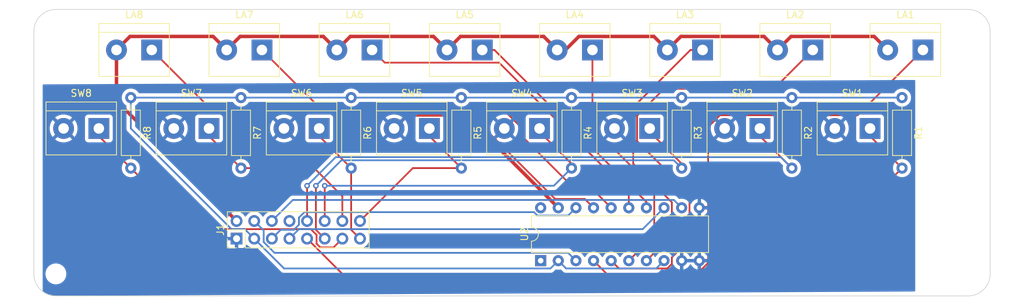
<source format=kicad_pcb>
(kicad_pcb (version 20221018) (generator pcbnew)
  (layers (0 "F.Cu" signal) (31 "B.Cu" signal) (34 "B.Paste" user) (35 "F.Paste" user) (36 "B.SilkS" user "B.Silkscreen") (37 "F.SilkS" user "F.Silkscreen") (38 "B.Mask" user) (39 "F.Mask" user) (44 "Edge.Cuts" user))
  (net 0 "")
  (net 1 "GND")
  (net 2 "+12V")
  (net 3 "+5V")
  (net 4 "/COPI")
  (net 5 "/CIPO")
  (net 6 "/LATCH")
  (net 7 "/CLOCK")
  (net 9 "Net-(J1-Pin_9)")
  (net 10 "Net-(J1-Pin_10)")
  (net 11 "Net-(J1-Pin_11)")
  (net 12 "Net-(J1-Pin_12)")
  (net 13 "Net-(J1-Pin_13)")
  (net 14 "Net-(J1-Pin_14)")
  (net 15 "Net-(J1-Pin_15)")
  (net 16 "Net-(J1-Pin_16)")
  (net 17 "Net-(LA1--)")
  (net 18 "Net-(LA2--)")
  (net 19 "Net-(LA3--)")
  (net 20 "Net-(LA4--)")
  (net 21 "Net-(LA5--)")
  (net 22 "Net-(LA6--)")
  (net 23 "Net-(LA7--)")
  (net 24 "Net-(LA8--)")
  (footprint "SMM:TerminalBlock-2_P5.08mm_small" (layer "F.Cu") (at 172.56 67.31 180)
    (fp_text reference "SW2" (at 2.54 5.08) (layer "F.SilkS"))
    (fp_text value "SW_Push")
    (fp_line (start -2.54 -3.81) (end -2.54 3.81) (stroke (width 0.12)) (layer "F.SilkS"))
    (fp_line (start -2.54 3.81) (end 7.62 3.81) (stroke (width 0.12)) (layer "F.SilkS"))
    (fp_line (start 7.62 -3.81) (end -2.54 -3.81) (stroke (width 0.12)) (layer "F.SilkS"))
    (fp_line (start 7.62 2.54) (end -2.54 2.54) (stroke (width 0.12)) (layer "F.SilkS"))
    (fp_line (start 7.62 3.81) (end 7.62 -3.81) (stroke (width 0.12)) (layer "F.SilkS"))
    (pad "1" thru_hole rect (at 0 0 180) (size 3 3) (drill 1.52) (layers "*.Cu" "*.Mask") (net 10 "Net-(J1-Pin_10)"))
    (pad "2" thru_hole circle (at 5.08 0 180) (size 3 3) (drill 1.52) (layers "*.Cu" "*.Mask") (net 1 "GND"))
  )
  (footprint "SMM:Resistor_L6.3mm_D2.5mm_P10.16mm_Horizontal" (layer "F.Cu") (at 177.165 62.865 -90)
    (fp_text reference "R2" (at 5.08 -2.37 90) (layer "F.SilkS"))
    (fp_text value "R")
    (fp_line (start 1.04 0) (end 1.81 0) (stroke (width 0.12)) (layer "F.SilkS"))
    (fp_line (start 1.81 -1.37) (end 1.81 1.37) (stroke (width 0.12)) (layer "F.SilkS"))
    (fp_line (start 1.81 1.37) (end 8.35 1.37) (stroke (width 0.12)) (layer "F.SilkS"))
    (fp_line (start 8.35 -1.37) (end 1.81 -1.37) (stroke (width 0.12)) (layer "F.SilkS"))
    (fp_line (start 8.35 1.37) (end 8.35 -1.37) (stroke (width 0.12)) (layer "F.SilkS"))
    (fp_line (start 9.12 0) (end 8.35 0) (stroke (width 0.12)) (layer "F.SilkS"))
    (pad "1" thru_hole circle (at 0 0 270) (size 1.6 1.6) (drill 0.8) (layers "*.Cu" "*.Mask") (net 3 "+5V"))
    (pad "2" thru_hole oval (at 10.16 0 270) (size 1.6 1.6) (drill 0.8) (layers "*.Cu" "*.Mask") (net 10 "Net-(J1-Pin_10)"))
  )
  (footprint "SMM:TerminalBlock-2_P5.08mm_small" (layer "F.Cu") (at 132.555 56 180)
    (fp_text reference "LA5" (at 2.54 5.08) (layer "F.SilkS"))
    (fp_text value "Lamp")
    (fp_line (start -2.54 -3.81) (end -2.54 3.81) (stroke (width 0.12)) (layer "F.SilkS"))
    (fp_line (start -2.54 3.81) (end 7.62 3.81) (stroke (width 0.12)) (layer "F.SilkS"))
    (fp_line (start 7.62 -3.81) (end -2.54 -3.81) (stroke (width 0.12)) (layer "F.SilkS"))
    (fp_line (start 7.62 2.54) (end -2.54 2.54) (stroke (width 0.12)) (layer "F.SilkS"))
    (fp_line (start 7.62 3.81) (end 7.62 -3.81) (stroke (width 0.12)) (layer "F.SilkS"))
    (pad "1" thru_hole rect (at 0 0 180) (size 3 3) (drill 1.52) (layers "*.Cu" "*.Mask") (net 21 "Net-(LA5--)"))
    (pad "2" thru_hole circle (at 5.08 0 180) (size 3 3) (drill 1.52) (layers "*.Cu" "*.Mask") (net 2 "+12V"))
  )
  (footprint "SMM:Resistor_L6.3mm_D2.5mm_P10.16mm_Horizontal" (layer "F.Cu") (at 129.54 62.865 -90)
    (fp_text reference "R5" (at 5.08 -2.37 90) (layer "F.SilkS"))
    (fp_text value "R")
    (fp_line (start 1.04 0) (end 1.81 0) (stroke (width 0.12)) (layer "F.SilkS"))
    (fp_line (start 1.81 -1.37) (end 1.81 1.37) (stroke (width 0.12)) (layer "F.SilkS"))
    (fp_line (start 1.81 1.37) (end 8.35 1.37) (stroke (width 0.12)) (layer "F.SilkS"))
    (fp_line (start 8.35 -1.37) (end 1.81 -1.37) (stroke (width 0.12)) (layer "F.SilkS"))
    (fp_line (start 8.35 1.37) (end 8.35 -1.37) (stroke (width 0.12)) (layer "F.SilkS"))
    (fp_line (start 9.12 0) (end 8.35 0) (stroke (width 0.12)) (layer "F.SilkS"))
    (pad "1" thru_hole circle (at 0 0 270) (size 1.6 1.6) (drill 0.8) (layers "*.Cu" "*.Mask") (net 3 "+5V"))
    (pad "2" thru_hole oval (at 10.16 0 270) (size 1.6 1.6) (drill 0.8) (layers "*.Cu" "*.Mask") (net 16 "Net-(J1-Pin_16)"))
  )
  (footprint "SMM:TerminalBlock-2_P5.08mm_small" (layer "F.Cu") (at 164.305 56 180)
    (fp_text reference "LA3" (at 2.54 5.08) (layer "F.SilkS"))
    (fp_text value "Lamp")
    (fp_line (start -2.54 -3.81) (end -2.54 3.81) (stroke (width 0.12)) (layer "F.SilkS"))
    (fp_line (start -2.54 3.81) (end 7.62 3.81) (stroke (width 0.12)) (layer "F.SilkS"))
    (fp_line (start 7.62 -3.81) (end -2.54 -3.81) (stroke (width 0.12)) (layer "F.SilkS"))
    (fp_line (start 7.62 2.54) (end -2.54 2.54) (stroke (width 0.12)) (layer "F.SilkS"))
    (fp_line (start 7.62 3.81) (end 7.62 -3.81) (stroke (width 0.12)) (layer "F.SilkS"))
    (pad "1" thru_hole rect (at 0 0 180) (size 3 3) (drill 1.52) (layers "*.Cu" "*.Mask") (net 19 "Net-(LA3--)"))
    (pad "2" thru_hole circle (at 5.08 0 180) (size 3 3) (drill 1.52) (layers "*.Cu" "*.Mask") (net 2 "+12V"))
  )
  (footprint "SMM:Resistor_L6.3mm_D2.5mm_P10.16mm_Horizontal" (layer "F.Cu") (at 113.665 62.865 -90)
    (fp_text reference "R6" (at 5.08 -2.37 90) (layer "F.SilkS"))
    (fp_text value "R")
    (fp_line (start 1.04 0) (end 1.81 0) (stroke (width 0.12)) (layer "F.SilkS"))
    (fp_line (start 1.81 -1.37) (end 1.81 1.37) (stroke (width 0.12)) (layer "F.SilkS"))
    (fp_line (start 1.81 1.37) (end 8.35 1.37) (stroke (width 0.12)) (layer "F.SilkS"))
    (fp_line (start 8.35 -1.37) (end 1.81 -1.37) (stroke (width 0.12)) (layer "F.SilkS"))
    (fp_line (start 8.35 1.37) (end 8.35 -1.37) (stroke (width 0.12)) (layer "F.SilkS"))
    (fp_line (start 9.12 0) (end 8.35 0) (stroke (width 0.12)) (layer "F.SilkS"))
    (pad "1" thru_hole circle (at 0 0 270) (size 1.6 1.6) (drill 0.8) (layers "*.Cu" "*.Mask") (net 3 "+5V"))
    (pad "2" thru_hole oval (at 10.16 0 270) (size 1.6 1.6) (drill 0.8) (layers "*.Cu" "*.Mask") (net 15 "Net-(J1-Pin_15)"))
  )
  (footprint "MountingHole:MountingHole_2.5mm" (layer "F.Cu") (at 202.565 88.265)
    (fp_text reference "REF**" hide)
    (fp_text value "MountingHole_2.5mm")
    (pad "" np_thru_hole circle (at 0 0) (size 2.5 2.5) (drill 2.5) (layers "*.Cu" "*.Mask"))
  )
  (footprint "Package_DIP:DIP-20_W7.62mm" (layer "F.Cu") (at 140.97 86.36 90)
    (fp_text reference "U2" (at 3.81 -2.33 90) (layer "F.SilkS"))
    (fp_text value "TPIC6B595")
    (fp_line (start 1.16 -1.33) (end 1.16 24.19) (stroke (width 0.12)) (layer "F.SilkS"))
    (fp_line (start 1.16 24.19) (end 6.46 24.19) (stroke (width 0.12)) (layer "F.SilkS"))
    (fp_line (start 2.81 -1.33) (end 1.16 -1.33) (stroke (width 0.12)) (layer "F.SilkS"))
    (fp_line (start 6.46 -1.33) (end 4.81 -1.33) (stroke (width 0.12)) (layer "F.SilkS"))
    (fp_line (start 6.46 24.19) (end 6.46 -1.33) (stroke (width 0.12)) (layer "F.SilkS"))
    (fp_arc (start 4.81 -1.33) (mid 3.81 -0.33) (end 2.81 -1.33) (stroke (width 0.12)) (layer "F.SilkS"))
    (pad "1" thru_hole rect (at 0 0 90) (size 1.6 1.6) (drill 0.8) (layers "*.Cu" "*.Mask"))
    (pad "2" thru_hole oval (at 0 2.54 90) (size 1.6 1.6) (drill 0.8) (layers "*.Cu" "*.Mask") (net 3 "+5V"))
    (pad "3" thru_hole oval (at 0 5.08 90) (size 1.6 1.6) (drill 0.8) (layers "*.Cu" "*.Mask") (net 4 "/COPI"))
    (pad "4" thru_hole oval (at 0 7.62 90) (size 1.6 1.6) (drill 0.8) (layers "*.Cu" "*.Mask") (net 17 "Net-(LA1--)"))
    (pad "5" thru_hole oval (at 0 10.16 90) (size 1.6 1.6) (drill 0.8) (layers "*.Cu" "*.Mask") (net 18 "Net-(LA2--)"))
    (pad "6" thru_hole oval (at 0 12.7 90) (size 1.6 1.6) (drill 0.8) (layers "*.Cu" "*.Mask") (net 20 "Net-(LA4--)"))
    (pad "7" thru_hole oval (at 0 15.24 90) (size 1.6 1.6) (drill 0.8) (layers "*.Cu" "*.Mask") (net 19 "Net-(LA3--)"))
    (pad "8" thru_hole oval (at 0 17.78 90) (size 1.6 1.6) (drill 0.8) (layers "*.Cu" "*.Mask") (net 3 "+5V"))
    (pad "9" thru_hole oval (at 0 20.32 90) (size 1.6 1.6) (drill 0.8) (layers "*.Cu" "*.Mask") (net 1 "GND"))
    (pad "10" thru_hole oval (at 0 22.86 90) (size 1.6 1.6) (drill 0.8) (layers "*.Cu" "*.Mask") (net 1 "GND"))
    (pad "11" thru_hole oval (at 7.62 22.86 90) (size 1.6 1.6) (drill 0.8) (layers "*.Cu" "*.Mask") (net 1 "GND"))
    (pad "12" thru_hole oval (at 7.62 20.32 90) (size 1.6 1.6) (drill 0.8) (layers "*.Cu" "*.Mask") (net 6 "/LATCH"))
    (pad "13" thru_hole oval (at 7.62 17.78 90) (size 1.6 1.6) (drill 0.8) (layers "*.Cu" "*.Mask") (net 7 "/CLOCK"))
    (pad "14" thru_hole oval (at 7.62 15.24 90) (size 1.6 1.6) (drill 0.8) (layers "*.Cu" "*.Mask") (net 21 "Net-(LA5--)"))
    (pad "15" thru_hole oval (at 7.62 12.7 90) (size 1.6 1.6) (drill 0.8) (layers "*.Cu" "*.Mask") (net 22 "Net-(LA6--)"))
    (pad "16" thru_hole oval (at 7.62 10.16 90) (size 1.6 1.6) (drill 0.8) (layers "*.Cu" "*.Mask") (net 23 "Net-(LA7--)"))
    (pad "17" thru_hole oval (at 7.62 7.62 90) (size 1.6 1.6) (drill 0.8) (layers "*.Cu" "*.Mask") (net 24 "Net-(LA8--)"))
    (pad "18" thru_hole oval (at 7.62 5.08 90) (size 1.6 1.6) (drill 0.8) (layers "*.Cu" "*.Mask") (net 5 "/CIPO"))
    (pad "19" thru_hole oval (at 7.62 2.54 90) (size 1.6 1.6) (drill 0.8) (layers "*.Cu" "*.Mask") (net 1 "GND"))
    (pad "20" thru_hole oval (at 7.62 0 90) (size 1.6 1.6) (drill 0.8) (layers "*.Cu" "*.Mask"))
  )
  (footprint "MountingHole:MountingHole_2.5mm" (layer "F.Cu") (at 202.565 53.34)
    (fp_text reference "REF**" hide)
    (fp_text value "MountingHole_2.5mm")
    (pad "" np_thru_hole circle (at 0 0) (size 2.5 2.5) (drill 2.5) (layers "*.Cu" "*.Mask"))
  )
  (footprint "Connector_PinHeader_2.54mm:PinHeader_2x08_P2.54mm_Vertical" (layer "F.Cu") (at 97.155 83.185 90)
    (fp_text reference "J1" (at 1.27 -2.33 90) (layer "F.SilkS"))
    (fp_text value "Conn_02x08_Top_Bottom")
    (fp_line (start -1.33 -1.33) (end 0 -1.33) (stroke (width 0.12)) (layer "F.SilkS"))
    (fp_line (start -1.33 0) (end -1.33 -1.33) (stroke (width 0.12)) (layer "F.SilkS"))
    (fp_line (start -1.33 1.27) (end -1.33 19.11) (stroke (width 0.12)) (layer "F.SilkS"))
    (fp_line (start -1.33 1.27) (end 1.27 1.27) (stroke (width 0.12)) (layer "F.SilkS"))
    (fp_line (start -1.33 19.11) (end 3.87 19.11) (stroke (width 0.12)) (layer "F.SilkS"))
    (fp_line (start 1.27 -1.33) (end 3.87 -1.33) (stroke (width 0.12)) (layer "F.SilkS"))
    (fp_line (start 1.27 1.27) (end 1.27 -1.33) (stroke (width 0.12)) (layer "F.SilkS"))
    (fp_line (start 3.87 -1.33) (end 3.87 19.11) (stroke (width 0.12)) (layer "F.SilkS"))
    (pad "1" thru_hole rect (at 0 0 90) (size 1.7 1.7) (drill 1) (layers "*.Cu" "*.Mask") (net 1 "GND"))
    (pad "2" thru_hole oval (at 2.54 0 90) (size 1.7 1.7) (drill 1) (layers "*.Cu" "*.Mask") (net 2 "+12V"))
    (pad "3" thru_hole oval (at 0 2.54 90) (size 1.7 1.7) (drill 1) (layers "*.Cu" "*.Mask") (net 3 "+5V"))
    (pad "4" thru_hole oval (at 2.54 2.54 90) (size 1.7 1.7) (drill 1) (layers "*.Cu" "*.Mask") (net 4 "/COPI"))
    (pad "5" thru_hole oval (at 0 5.08 90) (size 1.7 1.7) (drill 1) (layers "*.Cu" "*.Mask") (net 5 "/CIPO"))
    (pad "6" thru_hole oval (at 2.54 5.08 90) (size 1.7 1.7) (drill 1) (layers "*.Cu" "*.Mask") (net 6 "/LATCH"))
    (pad "7" thru_hole oval (at 0 7.62 90) (size 1.7 1.7) (drill 1) (layers "*.Cu" "*.Mask") (net 7 "/CLOCK"))
    (pad "8" thru_hole oval (at 2.54 7.62 90) (size 1.7 1.7) (drill 1) (layers "*.Cu" "*.Mask"))
    (pad "9" thru_hole oval (at 0 10.16 90) (size 1.7 1.7) (drill 1) (layers "*.Cu" "*.Mask") (net 9 "Net-(J1-Pin_9)"))
    (pad "10" thru_hole oval (at 2.54 10.16 90) (size 1.7 1.7) (drill 1) (layers "*.Cu" "*.Mask") (net 10 "Net-(J1-Pin_10)"))
    (pad "11" thru_hole oval (at 0 12.7 90) (size 1.7 1.7) (drill 1) (layers "*.Cu" "*.Mask") (net 11 "Net-(J1-Pin_11)"))
    (pad "12" thru_hole oval (at 2.54 12.7 90) (size 1.7 1.7) (drill 1) (layers "*.Cu" "*.Mask") (net 12 "Net-(J1-Pin_12)"))
    (pad "13" thru_hole oval (at 0 15.24 90) (size 1.7 1.7) (drill 1) (layers "*.Cu" "*.Mask") (net 13 "Net-(J1-Pin_13)"))
    (pad "14" thru_hole oval (at 2.54 15.24 90) (size 1.7 1.7) (drill 1) (layers "*.Cu" "*.Mask") (net 14 "Net-(J1-Pin_14)"))
    (pad "15" thru_hole oval (at 0 17.78 90) (size 1.7 1.7) (drill 1) (layers "*.Cu" "*.Mask") (net 15 "Net-(J1-Pin_15)"))
    (pad "16" thru_hole oval (at 2.54 17.78 90) (size 1.7 1.7) (drill 1) (layers "*.Cu" "*.Mask") (net 16 "Net-(J1-Pin_16)"))
  )
  (footprint "SMM:Resistor_L6.3mm_D2.5mm_P10.16mm_Horizontal" (layer "F.Cu") (at 81.915 62.865 -90)
    (fp_text reference "R8" (at 5.08 -2.37 90) (layer "F.SilkS"))
    (fp_text value "R")
    (fp_line (start 1.04 0) (end 1.81 0) (stroke (width 0.12)) (layer "F.SilkS"))
    (fp_line (start 1.81 -1.37) (end 1.81 1.37) (stroke (width 0.12)) (layer "F.SilkS"))
    (fp_line (start 1.81 1.37) (end 8.35 1.37) (stroke (width 0.12)) (layer "F.SilkS"))
    (fp_line (start 8.35 -1.37) (end 1.81 -1.37) (stroke (width 0.12)) (layer "F.SilkS"))
    (fp_line (start 8.35 1.37) (end 8.35 -1.37) (stroke (width 0.12)) (layer "F.SilkS"))
    (fp_line (start 9.12 0) (end 8.35 0) (stroke (width 0.12)) (layer "F.SilkS"))
    (pad "1" thru_hole circle (at 0 0 270) (size 1.6 1.6) (drill 0.8) (layers "*.Cu" "*.Mask") (net 3 "+5V"))
    (pad "2" thru_hole oval (at 10.16 0 270) (size 1.6 1.6) (drill 0.8) (layers "*.Cu" "*.Mask") (net 13 "Net-(J1-Pin_13)"))
  )
  (footprint "SMM:TerminalBlock-2_P5.08mm_small" (layer "F.Cu") (at 77.31 67.31 180)
    (fp_text reference "SW8" (at 2.54 5.08) (layer "F.SilkS"))
    (fp_text value "SW_Push")
    (fp_line (start -2.54 -3.81) (end -2.54 3.81) (stroke (width 0.12)) (layer "F.SilkS"))
    (fp_line (start -2.54 3.81) (end 7.62 3.81) (stroke (width 0.12)) (layer "F.SilkS"))
    (fp_line (start 7.62 -3.81) (end -2.54 -3.81) (stroke (width 0.12)) (layer "F.SilkS"))
    (fp_line (start 7.62 2.54) (end -2.54 2.54) (stroke (width 0.12)) (layer "F.SilkS"))
    (fp_line (start 7.62 3.81) (end 7.62 -3.81) (stroke (width 0.12)) (layer "F.SilkS"))
    (pad "1" thru_hole rect (at 0 0 180) (size 3 3) (drill 1.52) (layers "*.Cu" "*.Mask") (net 13 "Net-(J1-Pin_13)"))
    (pad "2" thru_hole circle (at 5.08 0 180) (size 3 3) (drill 1.52) (layers "*.Cu" "*.Mask") (net 1 "GND"))
  )
  (footprint "SMM:Resistor_L6.3mm_D2.5mm_P10.16mm_Horizontal" (layer "F.Cu") (at 193.04 62.865 -90)
    (fp_text reference "R1" (at 5.08 -2.37 90) (layer "F.SilkS"))
    (fp_text value "R")
    (fp_line (start 1.04 0) (end 1.81 0) (stroke (width 0.12)) (layer "F.SilkS"))
    (fp_line (start 1.81 -1.37) (end 1.81 1.37) (stroke (width 0.12)) (layer "F.SilkS"))
    (fp_line (start 1.81 1.37) (end 8.35 1.37) (stroke (width 0.12)) (layer "F.SilkS"))
    (fp_line (start 8.35 -1.37) (end 1.81 -1.37) (stroke (width 0.12)) (layer "F.SilkS"))
    (fp_line (start 8.35 1.37) (end 8.35 -1.37) (stroke (width 0.12)) (layer "F.SilkS"))
    (fp_line (start 9.12 0) (end 8.35 0) (stroke (width 0.12)) (layer "F.SilkS"))
    (pad "1" thru_hole circle (at 0 0 270) (size 1.6 1.6) (drill 0.8) (layers "*.Cu" "*.Mask") (net 3 "+5V"))
    (pad "2" thru_hole oval (at 10.16 0 270) (size 1.6 1.6) (drill 0.8) (layers "*.Cu" "*.Mask") (net 9 "Net-(J1-Pin_9)"))
  )
  (footprint "SMM:TerminalBlock-2_P5.08mm_small" (layer "F.Cu") (at 124.935 67.31 180)
    (fp_text reference "SW5" (at 2.54 5.08) (layer "F.SilkS"))
    (fp_text value "SW_Push")
    (fp_line (start -2.54 -3.81) (end -2.54 3.81) (stroke (width 0.12)) (layer "F.SilkS"))
    (fp_line (start -2.54 3.81) (end 7.62 3.81) (stroke (width 0.12)) (layer "F.SilkS"))
    (fp_line (start 7.62 -3.81) (end -2.54 -3.81) (stroke (width 0.12)) (layer "F.SilkS"))
    (fp_line (start 7.62 2.54) (end -2.54 2.54) (stroke (width 0.12)) (layer "F.SilkS"))
    (fp_line (start 7.62 3.81) (end 7.62 -3.81) (stroke (width 0.12)) (layer "F.SilkS"))
    (pad "1" thru_hole rect (at 0 0 180) (size 3 3) (drill 1.52) (layers "*.Cu" "*.Mask") (net 16 "Net-(J1-Pin_16)"))
    (pad "2" thru_hole circle (at 5.08 0 180) (size 3 3) (drill 1.52) (layers "*.Cu" "*.Mask") (net 1 "GND"))
  )
  (footprint "SMM:TerminalBlock-2_P5.08mm_small" (layer "F.Cu") (at 180.18 56 180)
    (fp_text reference "LA2" (at 2.54 5.08) (layer "F.SilkS"))
    (fp_text value "Lamp")
    (fp_line (start -2.54 -3.81) (end -2.54 3.81) (stroke (width 0.12)) (layer "F.SilkS"))
    (fp_line (start -2.54 3.81) (end 7.62 3.81) (stroke (width 0.12)) (layer "F.SilkS"))
    (fp_line (start 7.62 -3.81) (end -2.54 -3.81) (stroke (width 0.12)) (layer "F.SilkS"))
    (fp_line (start 7.62 2.54) (end -2.54 2.54) (stroke (width 0.12)) (layer "F.SilkS"))
    (fp_line (start 7.62 3.81) (end 7.62 -3.81) (stroke (width 0.12)) (layer "F.SilkS"))
    (pad "1" thru_hole rect (at 0 0 180) (size 3 3) (drill 1.52) (layers "*.Cu" "*.Mask") (net 18 "Net-(LA2--)"))
    (pad "2" thru_hole circle (at 5.08 0 180) (size 3 3) (drill 1.52) (layers "*.Cu" "*.Mask") (net 2 "+12V"))
  )
  (footprint "SMM:TerminalBlock-2_P5.08mm_small" (layer "F.Cu") (at 84.93 56 180)
    (fp_text reference "LA8" (at 2.54 5.08) (layer "F.SilkS"))
    (fp_text value "Lamp")
    (fp_line (start -2.54 -3.81) (end -2.54 3.81) (stroke (width 0.12)) (layer "F.SilkS"))
    (fp_line (start -2.54 3.81) (end 7.62 3.81) (stroke (width 0.12)) (layer "F.SilkS"))
    (fp_line (start 7.62 -3.81) (end -2.54 -3.81) (stroke (width 0.12)) (layer "F.SilkS"))
    (fp_line (start 7.62 2.54) (end -2.54 2.54) (stroke (width 0.12)) (layer "F.SilkS"))
    (fp_line (start 7.62 3.81) (end 7.62 -3.81) (stroke (width 0.12)) (layer "F.SilkS"))
    (pad "1" thru_hole rect (at 0 0 180) (size 3 3) (drill 1.52) (layers "*.Cu" "*.Mask") (net 24 "Net-(LA8--)"))
    (pad "2" thru_hole circle (at 5.08 0 180) (size 3 3) (drill 1.52) (layers "*.Cu" "*.Mask") (net 2 "+12V"))
  )
  (footprint "SMM:TerminalBlock-2_P5.08mm_small" (layer "F.Cu") (at 156.685 67.31 180)
    (fp_text reference "SW3" (at 2.54 5.08) (layer "F.SilkS"))
    (fp_text value "SW_Push")
    (fp_line (start -2.54 -3.81) (end -2.54 3.81) (stroke (width 0.12)) (layer "F.SilkS"))
    (fp_line (start -2.54 3.81) (end 7.62 3.81) (stroke (width 0.12)) (layer "F.SilkS"))
    (fp_line (start 7.62 -3.81) (end -2.54 -3.81) (stroke (width 0.12)) (layer "F.SilkS"))
    (fp_line (start 7.62 2.54) (end -2.54 2.54) (stroke (width 0.12)) (layer "F.SilkS"))
    (fp_line (start 7.62 3.81) (end 7.62 -3.81) (stroke (width 0.12)) (layer "F.SilkS"))
    (pad "1" thru_hole rect (at 0 0 180) (size 3 3) (drill 1.52) (layers "*.Cu" "*.Mask") (net 11 "Net-(J1-Pin_11)"))
    (pad "2" thru_hole circle (at 5.08 0 180) (size 3 3) (drill 1.52) (layers "*.Cu" "*.Mask") (net 1 "GND"))
  )
  (footprint "SMM:Resistor_L6.3mm_D2.5mm_P10.16mm_Horizontal" (layer "F.Cu") (at 97.79 62.865 -90)
    (fp_text reference "R7" (at 5.08 -2.37 90) (layer "F.SilkS"))
    (fp_text value "R")
    (fp_line (start 1.04 0) (end 1.81 0) (stroke (width 0.12)) (layer "F.SilkS"))
    (fp_line (start 1.81 -1.37) (end 1.81 1.37) (stroke (width 0.12)) (layer "F.SilkS"))
    (fp_line (start 1.81 1.37) (end 8.35 1.37) (stroke (width 0.12)) (layer "F.SilkS"))
    (fp_line (start 8.35 -1.37) (end 1.81 -1.37) (stroke (width 0.12)) (layer "F.SilkS"))
    (fp_line (start 8.35 1.37) (end 8.35 -1.37) (stroke (width 0.12)) (layer "F.SilkS"))
    (fp_line (start 9.12 0) (end 8.35 0) (stroke (width 0.12)) (layer "F.SilkS"))
    (pad "1" thru_hole circle (at 0 0 270) (size 1.6 1.6) (drill 0.8) (layers "*.Cu" "*.Mask") (net 3 "+5V"))
    (pad "2" thru_hole oval (at 10.16 0 270) (size 1.6 1.6) (drill 0.8) (layers "*.Cu" "*.Mask") (net 14 "Net-(J1-Pin_14)"))
  )
  (footprint "MountingHole:MountingHole_2.5mm" (layer "F.Cu") (at 71.12 53.34)
    (fp_text reference "REF**" hide)
    (fp_text value "MountingHole_2.5mm")
    (pad "" np_thru_hole circle (at 0 0) (size 2.5 2.5) (drill 2.5) (layers "*.Cu" "*.Mask"))
  )
  (footprint "SMM:TerminalBlock-2_P5.08mm_small" (layer "F.Cu") (at 148.43 56 180)
    (fp_text reference "LA4" (at 2.54 5.08) (layer "F.SilkS"))
    (fp_text value "Lamp")
    (fp_line (start -2.54 -3.81) (end -2.54 3.81) (stroke (width 0.12)) (layer "F.SilkS"))
    (fp_line (start -2.54 3.81) (end 7.62 3.81) (stroke (width 0.12)) (layer "F.SilkS"))
    (fp_line (start 7.62 -3.81) (end -2.54 -3.81) (stroke (width 0.12)) (layer "F.SilkS"))
    (fp_line (start 7.62 2.54) (end -2.54 2.54) (stroke (width 0.12)) (layer "F.SilkS"))
    (fp_line (start 7.62 3.81) (end 7.62 -3.81) (stroke (width 0.12)) (layer "F.SilkS"))
    (pad "1" thru_hole rect (at 0 0 180) (size 3 3) (drill 1.52) (layers "*.Cu" "*.Mask") (net 20 "Net-(LA4--)"))
    (pad "2" thru_hole circle (at 5.08 0 180) (size 3 3) (drill 1.52) (layers "*.Cu" "*.Mask") (net 2 "+12V"))
  )
  (footprint "SMM:TerminalBlock-2_P5.08mm_small" (layer "F.Cu") (at 188.435 67.31 180)
    (fp_text reference "SW1" (at 2.54 5.08) (layer "F.SilkS"))
    (fp_text value "SW_Push")
    (fp_line (start -2.54 -3.81) (end -2.54 3.81) (stroke (width 0.12)) (layer "F.SilkS"))
    (fp_line (start -2.54 3.81) (end 7.62 3.81) (stroke (width 0.12)) (layer "F.SilkS"))
    (fp_line (start 7.62 -3.81) (end -2.54 -3.81) (stroke (width 0.12)) (layer "F.SilkS"))
    (fp_line (start 7.62 2.54) (end -2.54 2.54) (stroke (width 0.12)) (layer "F.SilkS"))
    (fp_line (start 7.62 3.81) (end 7.62 -3.81) (stroke (width 0.12)) (layer "F.SilkS"))
    (pad "1" thru_hole rect (at 0 0 180) (size 3 3) (drill 1.52) (layers "*.Cu" "*.Mask") (net 9 "Net-(J1-Pin_9)"))
    (pad "2" thru_hole circle (at 5.08 0 180) (size 3 3) (drill 1.52) (layers "*.Cu" "*.Mask") (net 1 "GND"))
  )
  (footprint "SMM:TerminalBlock-2_P5.08mm_small" (layer "F.Cu") (at 109.06 67.31 180)
    (fp_text reference "SW6" (at 2.54 5.08) (layer "F.SilkS"))
    (fp_text value "SW_Push")
    (fp_line (start -2.54 -3.81) (end -2.54 3.81) (stroke (width 0.12)) (layer "F.SilkS"))
    (fp_line (start -2.54 3.81) (end 7.62 3.81) (stroke (width 0.12)) (layer "F.SilkS"))
    (fp_line (start 7.62 -3.81) (end -2.54 -3.81) (stroke (width 0.12)) (layer "F.SilkS"))
    (fp_line (start 7.62 2.54) (end -2.54 2.54) (stroke (width 0.12)) (layer "F.SilkS"))
    (fp_line (start 7.62 3.81) (end 7.62 -3.81) (stroke (width 0.12)) (layer "F.SilkS"))
    (pad "1" thru_hole rect (at 0 0 180) (size 3 3) (drill 1.52) (layers "*.Cu" "*.Mask") (net 15 "Net-(J1-Pin_15)"))
    (pad "2" thru_hole circle (at 5.08 0 180) (size 3 3) (drill 1.52) (layers "*.Cu" "*.Mask") (net 1 "GND"))
  )
  (footprint "SMM:Resistor_L6.3mm_D2.5mm_P10.16mm_Horizontal" (layer "F.Cu") (at 145.415 62.865 -90)
    (fp_text reference "R4" (at 5.08 -2.37 90) (layer "F.SilkS"))
    (fp_text value "R")
    (fp_line (start 1.04 0) (end 1.81 0) (stroke (width 0.12)) (layer "F.SilkS"))
    (fp_line (start 1.81 -1.37) (end 1.81 1.37) (stroke (width 0.12)) (layer "F.SilkS"))
    (fp_line (start 1.81 1.37) (end 8.35 1.37) (stroke (width 0.12)) (layer "F.SilkS"))
    (fp_line (start 8.35 -1.37) (end 1.81 -1.37) (stroke (width 0.12)) (layer "F.SilkS"))
    (fp_line (start 8.35 1.37) (end 8.35 -1.37) (stroke (width 0.12)) (layer "F.SilkS"))
    (fp_line (start 9.12 0) (end 8.35 0) (stroke (width 0.12)) (layer "F.SilkS"))
    (pad "1" thru_hole circle (at 0 0 270) (size 1.6 1.6) (drill 0.8) (layers "*.Cu" "*.Mask") (net 3 "+5V"))
    (pad "2" thru_hole oval (at 10.16 0 270) (size 1.6 1.6) (drill 0.8) (layers "*.Cu" "*.Mask") (net 12 "Net-(J1-Pin_12)"))
  )
  (footprint "SMM:TerminalBlock-2_P5.08mm_small" (layer "F.Cu") (at 196.055 56 180)
    (fp_text reference "LA1" (at 2.54 5.08) (layer "F.SilkS"))
    (fp_text value "Lamp")
    (fp_line (start -2.54 -3.81) (end -2.54 3.81) (stroke (width 0.12)) (layer "F.SilkS"))
    (fp_line (start -2.54 3.81) (end 7.62 3.81) (stroke (width 0.12)) (layer "F.SilkS"))
    (fp_line (start 7.62 -3.81) (end -2.54 -3.81) (stroke (width 0.12)) (layer "F.SilkS"))
    (fp_line (start 7.62 2.54) (end -2.54 2.54) (stroke (width 0.12)) (layer "F.SilkS"))
    (fp_line (start 7.62 3.81) (end 7.62 -3.81) (stroke (width 0.12)) (layer "F.SilkS"))
    (pad "1" thru_hole rect (at 0 0 180) (size 3 3) (drill 1.52) (layers "*.Cu" "*.Mask") (net 17 "Net-(LA1--)"))
    (pad "2" thru_hole circle (at 5.08 0 180) (size 3 3) (drill 1.52) (layers "*.Cu" "*.Mask") (net 2 "+12V"))
  )
  (footprint "SMM:TerminalBlock-2_P5.08mm_small" (layer "F.Cu") (at 140.81 67.31 180)
    (fp_text reference "SW4" (at 2.54 5.08) (layer "F.SilkS"))
    (fp_text value "SW_Push")
    (fp_line (start -2.54 -3.81) (end -2.54 3.81) (stroke (width 0.12)) (layer "F.SilkS"))
    (fp_line (start -2.54 3.81) (end 7.62 3.81) (stroke (width 0.12)) (layer "F.SilkS"))
    (fp_line (start 7.62 -3.81) (end -2.54 -3.81) (stroke (width 0.12)) (layer "F.SilkS"))
    (fp_line (start 7.62 2.54) (end -2.54 2.54) (stroke (width 0.12)) (layer "F.SilkS"))
    (fp_line (start 7.62 3.81) (end 7.62 -3.81) (stroke (width 0.12)) (layer "F.SilkS"))
    (pad "1" thru_hole rect (at 0 0 180) (size 3 3) (drill 1.52) (layers "*.Cu" "*.Mask") (net 12 "Net-(J1-Pin_12)"))
    (pad "2" thru_hole circle (at 5.08 0 180) (size 3 3) (drill 1.52) (layers "*.Cu" "*.Mask") (net 1 "GND"))
  )
  (footprint "SMM:Resistor_L6.3mm_D2.5mm_P10.16mm_Horizontal" (layer "F.Cu") (at 161.29 62.865 -90)
    (fp_text reference "R3" (at 5.08 -2.37 90) (layer "F.SilkS"))
    (fp_text value "R")
    (fp_line (start 1.04 0) (end 1.81 0) (stroke (width 0.12)) (layer "F.SilkS"))
    (fp_line (start 1.81 -1.37) (end 1.81 1.37) (stroke (width 0.12)) (layer "F.SilkS"))
    (fp_line (start 1.81 1.37) (end 8.35 1.37) (stroke (width 0.12)) (layer "F.SilkS"))
    (fp_line (start 8.35 -1.37) (end 1.81 -1.37) (stroke (width 0.12)) (layer "F.SilkS"))
    (fp_line (start 8.35 1.37) (end 8.35 -1.37) (stroke (width 0.12)) (layer "F.SilkS"))
    (fp_line (start 9.12 0) (end 8.35 0) (stroke (width 0.12)) (layer "F.SilkS"))
    (pad "1" thru_hole circle (at 0 0 270) (size 1.6 1.6) (drill 0.8) (layers "*.Cu" "*.Mask") (net 3 "+5V"))
    (pad "2" thru_hole oval (at 10.16 0 270) (size 1.6 1.6) (drill 0.8) (layers "*.Cu" "*.Mask") (net 11 "Net-(J1-Pin_11)"))
  )
  (footprint "SMM:TerminalBlock-2_P5.08mm_small" (layer "F.Cu") (at 100.805 56 180)
    (fp_text reference "LA7" (at 2.54 5.08) (layer "F.SilkS"))
    (fp_text value "Lamp")
    (fp_line (start -2.54 -3.81) (end -2.54 3.81) (stroke (width 0.12)) (layer "F.SilkS"))
    (fp_line (start -2.54 3.81) (end 7.62 3.81) (stroke (width 0.12)) (layer "F.SilkS"))
    (fp_line (start 7.62 -3.81) (end -2.54 -3.81) (stroke (width 0.12)) (layer "F.SilkS"))
    (fp_line (start 7.62 2.54) (end -2.54 2.54) (stroke (width 0.12)) (layer "F.SilkS"))
    (fp_line (start 7.62 3.81) (end 7.62 -3.81) (stroke (width 0.12)) (layer "F.SilkS"))
    (pad "1" thru_hole rect (at 0 0 180) (size 3 3) (drill 1.52) (layers "*.Cu" "*.Mask") (net 23 "Net-(LA7--)"))
    (pad "2" thru_hole circle (at 5.08 0 180) (size 3 3) (drill 1.52) (layers "*.Cu" "*.Mask") (net 2 "+12V"))
  )
  (footprint "SMM:TerminalBlock-2_P5.08mm_small" (layer "F.Cu") (at 93.185 67.31 180)
    (fp_text reference "SW7" (at 2.54 5.08) (layer "F.SilkS"))
    (fp_text value "SW_Push")
    (fp_line (start -2.54 -3.81) (end -2.54 3.81) (stroke (width 0.12)) (layer "F.SilkS"))
    (fp_line (start -2.54 3.81) (end 7.62 3.81) (stroke (width 0.12)) (layer "F.SilkS"))
    (fp_line (start 7.62 -3.81) (end -2.54 -3.81) (stroke (width 0.12)) (layer "F.SilkS"))
    (fp_line (start 7.62 2.54) (end -2.54 2.54) (stroke (width 0.12)) (layer "F.SilkS"))
    (fp_line (start 7.62 3.81) (end 7.62 -3.81) (stroke (width 0.12)) (layer "F.SilkS"))
    (pad "1" thru_hole rect (at 0 0 180) (size 3 3) (drill 1.52) (layers "*.Cu" "*.Mask") (net 14 "Net-(J1-Pin_14)"))
    (pad "2" thru_hole circle (at 5.08 0 180) (size 3 3) (drill 1.52) (layers "*.Cu" "*.Mask") (net 1 "GND"))
  )
  (footprint "SMM:TerminalBlock-2_P5.08mm_small" (layer "F.Cu") (at 116.68 56 180)
    (fp_text reference "LA6" (at 2.54 5.08) (layer "F.SilkS"))
    (fp_text value "Lamp")
    (fp_line (start -2.54 -3.81) (end -2.54 3.81) (stroke (width 0.12)) (layer "F.SilkS"))
    (fp_line (start -2.54 3.81) (end 7.62 3.81) (stroke (width 0.12)) (layer "F.SilkS"))
    (fp_line (start 7.62 -3.81) (end -2.54 -3.81) (stroke (width 0.12)) (layer "F.SilkS"))
    (fp_line (start 7.62 2.54) (end -2.54 2.54) (stroke (width 0.12)) (layer "F.SilkS"))
    (fp_line (start 7.62 3.81) (end 7.62 -3.81) (stroke (width 0.12)) (layer "F.SilkS"))
    (pad "1" thru_hole rect (at 0 0 180) (size 3 3) (drill 1.52) (layers "*.Cu" "*.Mask") (net 22 "Net-(LA6--)"))
    (pad "2" thru_hole circle (at 5.08 0 180) (size 3 3) (drill 1.52) (layers "*.Cu" "*.Mask") (net 2 "+12V"))
  )
  (footprint "MountingHole:MountingHole_2.5mm" (layer "F.Cu") (at 71.12 88.265)
    (fp_text reference "REF**" hide)
    (fp_text value "MountingHole_2.5mm")
    (pad "" np_thru_hole circle (at 0 0) (size 2.5 2.5) (drill 2.5) (layers "*.Cu" "*.Mask"))
  )
  (gr_line (start 202.565 50.165) (end 71.12 50.165) (stroke (width 0.1)) (layer "Edge.Cuts"))
  (gr_arc (start 71.12 91.44) (mid 68.874936 90.510064) (end 67.945 88.265) (stroke (width 0.1)) (layer "Edge.Cuts"))
  (gr_line (start 205.74 88.265) (end 205.74 53.34) (stroke (width 0.1)) (layer "Edge.Cuts"))
  (gr_line (start 67.945 53.34) (end 67.945 88.265) (stroke (width 0.1)) (layer "Edge.Cuts"))
  (gr_arc (start 202.565 50.165) (mid 204.810064 51.094936) (end 205.74 53.34) (stroke (width 0.1)) (layer "Edge.Cuts"))
  (gr_arc (start 67.945 53.34) (mid 68.874936 51.094936) (end 71.12 50.165) (stroke (width 0.1)) (layer "Edge.Cuts"))
  (gr_line (start 71.12 91.44) (end 202.565 91.44) (stroke (width 0.1)) (layer "Edge.Cuts"))
  (gr_arc (start 205.74 88.265) (mid 204.810064 90.510064) (end 202.565 91.44) (stroke (width 0.1)) (layer "Edge.Cuts"))
  (segment (start 121.805 65.36) (end 130.13 65.36) (width 0.5) (layer "F.Cu") (net 1))
  (segment (start 130.13 65.36) (end 143.51 78.74) (width 0.5) (layer "F.Cu") (net 1))
  (segment (start 119.855 67.31) (end 121.805 65.36) (width 0.5) (layer "F.Cu") (net 1))
  (segment (start 189.025 54.05) (end 190.975 56) (width 0.5) (layer "F.Cu") (net 2))
  (segment (start 146.48 54.05) (end 157.275 54.05) (width 0.5) (layer "F.Cu") (net 2))
  (segment (start 143.35 56) (end 144.53 56) (width 0.5) (layer "F.Cu") (net 2))
  (segment (start 93.775 54.05) (end 95.725 56) (width 0.5) (layer "F.Cu") (net 2))
  (segment (start 161.175 54.05) (end 173.15 54.05) (width 0.5) (layer "F.Cu") (net 2))
  (segment (start 79.85 63.34) (end 79.85 56) (width 0.5) (layer "F.Cu") (net 2))
  (segment (start 127.475 56) (end 129.425 54.05) (width 0.5) (layer "F.Cu") (net 2))
  (segment (start 141.4 54.05) (end 143.35 56) (width 0.5) (layer "F.Cu") (net 2))
  (segment (start 144.53 56) (end 146.48 54.05) (width 0.5) (layer "F.Cu") (net 2))
  (segment (start 125.525 54.05) (end 127.475 56) (width 0.5) (layer "F.Cu") (net 2))
  (segment (start 81.8 54.05) (end 93.775 54.05) (width 0.5) (layer "F.Cu") (net 2))
  (segment (start 177.05 54.05) (end 189.025 54.05) (width 0.5) (layer "F.Cu") (net 2))
  (segment (start 157.275 54.05) (end 159.225 56) (width 0.5) (layer "F.Cu") (net 2))
  (segment (start 79.85 56) (end 81.8 54.05) (width 0.5) (layer "F.Cu") (net 2))
  (segment (start 111.6 56) (end 113.55 54.05) (width 0.5) (layer "F.Cu") (net 2))
  (segment (start 95.725 56) (end 97.675 54.05) (width 0.5) (layer "F.Cu") (net 2))
  (segment (start 159.225 56) (end 161.175 54.05) (width 0.5) (layer "F.Cu") (net 2))
  (segment (start 109.65 54.05) (end 111.6 56) (width 0.5) (layer "F.Cu") (net 2))
  (segment (start 129.425 54.05) (end 141.4 54.05) (width 0.5) (layer "F.Cu") (net 2))
  (segment (start 113.55 54.05) (end 125.525 54.05) (width 0.5) (layer "F.Cu") (net 2))
  (segment (start 173.15 54.05) (end 175.1 56) (width 0.5) (layer "F.Cu") (net 2))
  (segment (start 97.675 54.05) (end 109.65 54.05) (width 0.5) (layer "F.Cu") (net 2))
  (segment (start 175.1 56) (end 177.05 54.05) (width 0.5) (layer "F.Cu") (net 2))
  (segment (start 97.155 80.645) (end 79.85 63.34) (width 0.5) (layer "F.Cu") (net 2))
  (segment (start 193.04 62.865) (end 177.165 62.865) (width 0.25) (layer "B.Cu") (net 3))
  (segment (start 96.425 81.82) (end 81.915 67.31) (width 0.25) (layer "B.Cu") (net 3))
  (segment (start 97.79 62.865) (end 81.915 62.865) (width 0.25) (layer "B.Cu") (net 3))
  (segment (start 129.54 62.865) (end 113.665 62.865) (width 0.25) (layer "B.Cu") (net 3))
  (segment (start 98.33 81.82) (end 96.425 81.82) (width 0.25) (layer "B.Cu") (net 3))
  (segment (start 143.51 86.36) (end 142.385 87.485) (width 0.25) (layer "B.Cu") (net 3))
  (segment (start 81.915 67.31) (end 81.915 62.865) (width 0.25) (layer "B.Cu") (net 3))
  (segment (start 103.995 87.485) (end 99.695 83.185) (width 0.25) (layer "B.Cu") (net 3))
  (segment (start 142.385 87.485) (end 103.995 87.485) (width 0.25) (layer "B.Cu") (net 3))
  (segment (start 143.51 86.36) (end 144.635 87.485) (width 0.25) (layer "B.Cu") (net 3))
  (segment (start 99.695 83.185) (end 98.33 81.82) (width 0.25) (layer "B.Cu") (net 3))
  (segment (start 177.165 62.865) (end 161.29 62.865) (width 0.25) (layer "B.Cu") (net 3))
  (segment (start 157.625 87.485) (end 158.75 86.36) (width 0.25) (layer "B.Cu") (net 3))
  (segment (start 161.29 62.865) (end 145.415 62.865) (width 0.25) (layer "B.Cu") (net 3))
  (segment (start 145.415 62.865) (end 129.54 62.865) (width 0.25) (layer "B.Cu") (net 3))
  (segment (start 144.635 87.485) (end 157.625 87.485) (width 0.25) (layer "B.Cu") (net 3))
  (segment (start 113.665 62.865) (end 97.79 62.865) (width 0.25) (layer "B.Cu") (net 3))
  (segment (start 99.695 80.645) (end 101.06 82.01) (width 0.25) (layer "B.Cu") (net 4))
  (segment (start 102.623299 85.235) (end 144.925 85.235) (width 0.25) (layer "B.Cu") (net 4))
  (segment (start 101.06 82.01) (end 101.06 83.671701) (width 0.25) (layer "B.Cu") (net 4))
  (segment (start 144.925 85.235) (end 146.05 86.36) (width 0.25) (layer "B.Cu") (net 4))
  (segment (start 101.06 83.671701) (end 102.623299 85.235) (width 0.25) (layer "B.Cu") (net 4))
  (segment (start 106.14 80.158299) (end 106.923299 79.375) (width 0.25) (layer "B.Cu") (net 5))
  (segment (start 106.923299 79.375) (end 140.014009 79.375) (width 0.25) (layer "B.Cu") (net 5))
  (segment (start 102.235 83.185) (end 103.505 81.915) (width 0.25) (layer "B.Cu") (net 5))
  (segment (start 144.925 79.865) (end 146.05 78.74) (width 0.25) (layer "B.Cu") (net 5))
  (segment (start 103.505 81.915) (end 105.408604 81.915) (width 0.25) (layer "B.Cu") (net 5))
  (segment (start 106.14 81.183604) (end 106.14 80.158299) (width 0.25) (layer "B.Cu") (net 5))
  (segment (start 140.014009 79.375) (end 140.504009 79.865) (width 0.25) (layer "B.Cu") (net 5))
  (segment (start 140.504009 79.865) (end 144.925 79.865) (width 0.25) (layer "B.Cu") (net 5))
  (segment (start 105.408604 81.915) (end 106.14 81.183604) (width 0.25) (layer "B.Cu") (net 5))
  (segment (start 160.165 77.615) (end 161.29 78.74) (width 0.25) (layer "B.Cu") (net 6))
  (segment (start 105.265 77.615) (end 160.165 77.615) (width 0.25) (layer "B.Cu") (net 6))
  (segment (start 102.235 80.645) (end 105.265 77.615) (width 0.25) (layer "B.Cu") (net 6))
  (segment (start 155.67 81.82) (end 158.75 78.74) (width 0.25) (layer "B.Cu") (net 7))
  (segment (start 104.775 83.185) (end 106.14 81.82) (width 0.25) (layer "B.Cu") (net 7))
  (segment (start 106.14 81.82) (end 155.67 81.82) (width 0.25) (layer "B.Cu") (net 7))
  (segment (start 188.435 67.31) (end 188.435 68.42) (width 0.25) (layer "F.Cu") (net 9))
  (segment (start 193.04 73.025) (end 177.35 88.715) (width 0.25) (layer "F.Cu") (net 9))
  (segment (start 188.435 68.42) (end 193.04 73.025) (width 0.25) (layer "F.Cu") (net 9))
  (segment (start 177.35 88.715) (end 112.845 88.715) (width 0.25) (layer "F.Cu") (net 9))
  (segment (start 112.845 88.715) (end 107.315 83.185) (width 0.25) (layer "F.Cu") (net 9))
  (segment (start 172.56 67.31) (end 172.56 68.42) (width 0.25) (layer "F.Cu") (net 10))
  (segment (start 172.56 68.42) (end 177.165 73.025) (width 0.25) (layer "F.Cu") (net 10))
  (segment (start 107.315 75.565) (end 107.315 80.645) (width 0.25) (layer "F.Cu") (net 10))
  (via (at 107.315 75.565) (size 0.8) (drill 0.4) (layers "F.Cu" "B.Cu") (net 10))
  (segment (start 175.59 71.45) (end 111.43 71.45) (width 0.25) (layer "B.Cu") (net 10))
  (segment (start 177.165 73.025) (end 175.59 71.45) (width 0.25) (layer "B.Cu") (net 10))
  (segment (start 111.43 71.45) (end 107.315 75.565) (width 0.25) (layer "B.Cu") (net 10))
  (segment (start 156.685 67.785) (end 161.29 72.39) (width 0.25) (layer "F.Cu") (net 11))
  (segment (start 108.585 81.915) (end 109.855 83.185) (width 0.25) (layer "F.Cu") (net 11))
  (segment (start 108.585 75.565) (end 108.585 81.915) (width 0.25) (layer "F.Cu") (net 11))
  (segment (start 156.685 67.31) (end 156.685 67.785) (width 0.25) (layer "F.Cu") (net 11))
  (via (at 108.585 75.565) (size 0.8) (drill 0.4) (layers "F.Cu" "B.Cu") (net 11))
  (segment (start 161.29 73.025) (end 160.165 71.9) (width 0.25) (layer "B.Cu") (net 11))
  (segment (start 112.25 71.9) (end 108.585 75.565) (width 0.25) (layer "B.Cu") (net 11))
  (segment (start 160.165 71.9) (end 112.25 71.9) (width 0.25) (layer "B.Cu") (net 11))
  (segment (start 140.81 67.785) (end 145.415 72.39) (width 0.25) (layer "F.Cu") (net 12))
  (segment (start 109.855 75.565) (end 109.855 80.645) (width 0.25) (layer "F.Cu") (net 12))
  (segment (start 140.81 67.31) (end 140.81 67.785) (width 0.25) (layer "F.Cu") (net 12))
  (via (at 109.855 75.565) (size 0.8) (drill 0.4) (layers "F.Cu" "B.Cu") (net 12))
  (segment (start 145.415 73.025) (end 142.875 75.565) (width 0.25) (layer "B.Cu") (net 12))
  (segment (start 142.875 75.565) (end 109.855 75.565) (width 0.25) (layer "B.Cu") (net 12))
  (segment (start 109.221396 84.455) (end 108.68 83.913604) (width 0.25) (layer "F.Cu") (net 13))
  (segment (start 111.125 84.455) (end 109.221396 84.455) (width 0.25) (layer "F.Cu") (net 13))
  (segment (start 108.68 83.913604) (end 108.68 82.646396) (width 0.25) (layer "F.Cu") (net 13))
  (segment (start 90.71 81.82) (end 81.915 73.025) (width 0.25) (layer "F.Cu") (net 13))
  (segment (start 112.395 83.185) (end 111.125 84.455) (width 0.25) (layer "F.Cu") (net 13))
  (segment (start 107.853604 81.82) (end 90.71 81.82) (width 0.25) (layer "F.Cu") (net 13))
  (segment (start 77.31 68.42) (end 81.915 73.025) (width 0.25) (layer "F.Cu") (net 13))
  (segment (start 108.68 82.646396) (end 107.853604 81.82) (width 0.25) (layer "F.Cu") (net 13))
  (segment (start 77.31 67.31) (end 77.31 68.42) (width 0.25) (layer "F.Cu") (net 13))
  (segment (start 108.340305 73.025) (end 112.395 77.079695) (width 0.25) (layer "F.Cu") (net 14))
  (segment (start 97.79 73.025) (end 108.340305 73.025) (width 0.25) (layer "F.Cu") (net 14))
  (segment (start 93.185 67.31) (end 93.185 68.42) (width 0.25) (layer "F.Cu") (net 14))
  (segment (start 93.185 68.42) (end 97.79 73.025) (width 0.25) (layer "F.Cu") (net 14))
  (segment (start 112.395 77.079695) (end 112.395 80.645) (width 0.25) (layer "F.Cu") (net 14))
  (segment (start 109.06 67.31) (end 109.06 68.42) (width 0.25) (layer "F.Cu") (net 15))
  (segment (start 109.06 68.42) (end 113.665 73.025) (width 0.25) (layer "F.Cu") (net 15))
  (segment (start 113.665 73.025) (end 113.665 81.915) (width 0.25) (layer "F.Cu") (net 15))
  (segment (start 113.665 81.915) (end 114.935 83.185) (width 0.25) (layer "F.Cu") (net 15))
  (segment (start 124.935 68.42) (end 129.54 73.025) (width 0.25) (layer "F.Cu") (net 16))
  (segment (start 129.54 73.025) (end 122.555 73.025) (width 0.25) (layer "F.Cu") (net 16))
  (segment (start 122.555 73.025) (end 114.935 80.645) (width 0.25) (layer "F.Cu") (net 16))
  (segment (start 124.935 67.31) (end 124.935 68.42) (width 0.25) (layer "F.Cu") (net 16))
  (segment (start 163.515991 88.265) (end 150.495 88.265) (width 0.25) (layer "F.Cu") (net 17))
  (segment (start 150.495 88.265) (end 148.59 86.36) (width 0.25) (layer "F.Cu") (net 17))
  (segment (start 166.80406 65.405) (end 165.1 67.10906) (width 0.25) (layer "F.Cu") (net 17))
  (segment (start 196.055 56) (end 186.65 65.405) (width 0.25) (layer "F.Cu") (net 17))
  (segment (start 165.1 86.680991) (end 163.515991 88.265) (width 0.25) (layer "F.Cu") (net 17))
  (segment (start 165.1 67.10906) (end 165.1 86.680991) (width 0.25) (layer "F.Cu") (net 17))
  (segment (start 186.65 65.405) (end 166.80406 65.405) (width 0.25) (layer "F.Cu") (net 17))
  (segment (start 154.86 65.485) (end 154.86 69.135) (width 0.25) (layer "F.Cu") (net 18))
  (segment (start 162.415 76.69) (end 162.415 83.354009) (width 0.25) (layer "F.Cu") (net 18))
  (segment (start 159.875 86.825991) (end 159.215991 87.485) (width 0.25) (layer "F.Cu") (net 18))
  (segment (start 180.18 56) (end 174.585 61.595) (width 0.25) (layer "F.Cu") (net 18))
  (segment (start 159.875 85.894009) (end 159.875 86.825991) (width 0.25) (layer "F.Cu") (net 18))
  (segment (start 158.75 61.595) (end 154.86 65.485) (width 0.25) (layer "F.Cu") (net 18))
  (segment (start 162.415 83.354009) (end 159.875 85.894009) (width 0.25) (layer "F.Cu") (net 18))
  (segment (start 154.86 69.135) (end 162.415 76.69) (width 0.25) (layer "F.Cu") (net 18))
  (segment (start 174.585 61.595) (end 158.75 61.595) (width 0.25) (layer "F.Cu") (net 18))
  (segment (start 159.215991 87.485) (end 152.255 87.485) (width 0.25) (layer "F.Cu") (net 18))
  (segment (start 152.255 87.485) (end 151.13 86.36) (width 0.25) (layer "F.Cu") (net 18))
  (segment (start 164.305 56) (end 162.555 56) (width 0.25) (layer "F.Cu") (net 19))
  (segment (start 154.305698 72.389302) (end 159.875 77.958604) (width 0.25) (layer "F.Cu") (net 19))
  (segment (start 162.555 56) (end 154.305698 64.249302) (width 0.25) (layer "F.Cu") (net 19))
  (segment (start 154.305698 64.249302) (end 154.305698 72.389302) (width 0.25) (layer "F.Cu") (net 19))
  (segment (start 159.875 82.695) (end 156.21 86.36) (width 0.25) (layer "F.Cu") (net 19))
  (segment (start 159.875 77.958604) (end 159.875 82.695) (width 0.25) (layer "F.Cu") (net 19))
  (segment (start 157.335 76.055) (end 157.335 82.695) (width 0.25) (layer "F.Cu") (net 20))
  (segment (start 148.43 67.15) (end 157.335 76.055) (width 0.25) (layer "F.Cu") (net 20))
  (segment (start 157.335 82.695) (end 153.67 86.36) (width 0.25) (layer "F.Cu") (net 20))
  (segment (start 148.43 56) (end 148.43 67.15) (width 0.25) (layer "F.Cu") (net 20))
  (segment (start 134.305 56) (end 156.21 77.905) (width 0.25) (layer "F.Cu") (net 21))
  (segment (start 132.555 56) (end 134.305 56) (width 0.25) (layer "F.Cu") (net 21))
  (segment (start 156.21 77.905) (end 156.21 78.74) (width 0.25) (layer "F.Cu") (net 21))
  (segment (start 153.67 76.52) (end 153.67 78.74) (width 0.25) (layer "F.Cu") (net 22))
  (segment (start 116.68 56) (end 118.505 57.825) (width 0.25) (layer "F.Cu") (net 22))
  (segment (start 118.505 57.825) (end 134.975 57.825) (width 0.25) (layer "F.Cu") (net 22))
  (segment (start 134.975 57.825) (end 153.67 76.52) (width 0.25) (layer "F.Cu") (net 22))
  (segment (start 100.805 56) (end 109.14 64.335) (width 0.25) (layer "F.Cu") (net 23))
  (segment (start 146.685 76.835) (end 149.225 76.835) (width 0.25) (layer "F.Cu") (net 23))
  (segment (start 109.14 64.335) (end 135.33594 64.335) (width 0.25) (layer "F.Cu") (net 23))
  (segment (start 149.225 76.835) (end 151.13 78.74) (width 0.25) (layer "F.Cu") (net 23))
  (segment (start 138.43 68.58) (end 146.685 76.835) (width 0.25) (layer "F.Cu") (net 23))
  (segment (start 135.33594 64.335) (end 138.43 67.42906) (width 0.25) (layer "F.Cu") (net 23))
  (segment (start 138.43 67.42906) (end 138.43 68.58) (width 0.25) (layer "F.Cu") (net 23))
  (segment (start 93.715 64.785) (end 130.368172 64.785) (width 0.25) (layer "F.Cu") (net 24))
  (segment (start 147.32 77.47) (end 148.59 78.74) (width 0.25) (layer "F.Cu") (net 24))
  (segment (start 84.93 56) (end 93.715 64.785) (width 0.25) (layer "F.Cu") (net 24))
  (segment (start 130.368172 64.785) (end 143.053172 77.47) (width 0.25) (layer "F.Cu") (net 24))
  (segment (start 143.053172 77.47) (end 147.32 77.47) (width 0.25) (layer "F.Cu") (net 24))
  (zone (net 1) (net_name "GND") (layer "B.Cu") (connect_pads (clearance 0.5)) (min_thickness 0.25) (fill yes (thermal_gap 0.5) (thermal_bridge_width 0.5))
    (polygon (pts (xy 69.215 60.96) (xy 194.945 60.325) (xy 194.945 90.805) (xy 69.215 91.44)))
  )
)
</source>
